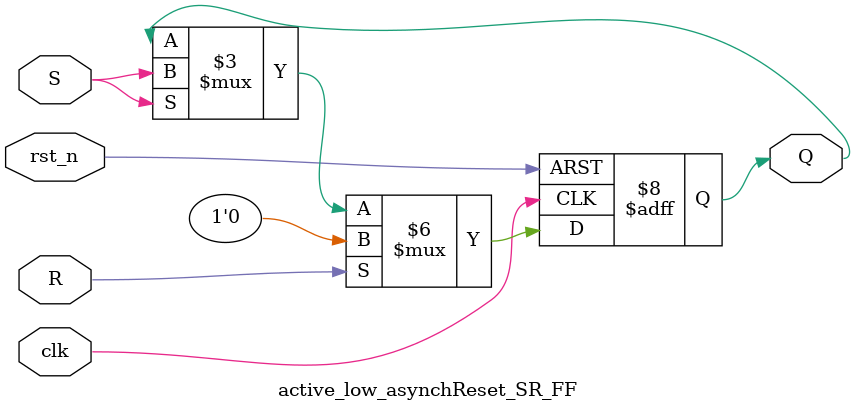
<source format=sv>


/*
The code below does not model a D latch correctly because it depends on the clock when it should depend on an enable
If clock changes, either posedge or negedge, the q will get re-evaluated. To fix this, edit the sensitivty list
to be @(clk,d) so if d changes when clk is high, q is re-evaluated
module latch(d,clk,q);

 	input d, clk;
	output reg q;
	always @(clk)
	if (clk)
		q <= d;
endmodule
*/

module active_high_synchReset_FF (Q,clk,D,rst);
	
	input D, clk, rst;
	output reg Q;

	always_ff @(posedge clk) begin // always_ff does NOT ensure the logic will infer a flip flop. however, synthesizer will warn you if the code does not. Basically an error handler
				       // if HW below is not sequential/FF logic and instead is combinational logic.

		if (rst)
			Q <= 1'b0;
		else
			Q <= D;

	end
endmodule


module active_low_asynchReset_FF (Q,clk,D,EN,rst_n);

	input D, clk, rst_n, EN;
	output reg Q;

	always_ff @(posedge clk, negedge rst_n) begin
		
		if(!rst_n)
			Q <= 1'b0;
		else if(EN)
			Q <= D;
		// don't need an else because will automatically retain old value if EN is not set. Only use an else if you are trying to make combinational logic.
		// In this case we are TRYING to make sequential logic, so inferring a latch is fine.
	end	
endmodule


module active_low_asynchReset_SR_FF (Q,clk,S,R,rst_n);
	
	input S, R, clk, rst_n; // R is active high synch reset, rst_n is active low asynch reset
	output reg Q;

	always_ff @(posedge clk, negedge rst_n) begin

		if (!rst_n) 	// active low asynch reset
			Q <= 1'b0;
		else if (R) 	// active high synch reset
			Q <= 1'b0;
		else if (S)    // if R is not high, set Q to value of S
			Q <= S;
			
		//Q retains value if S and R are not high

	end
endmodule
		
</source>
